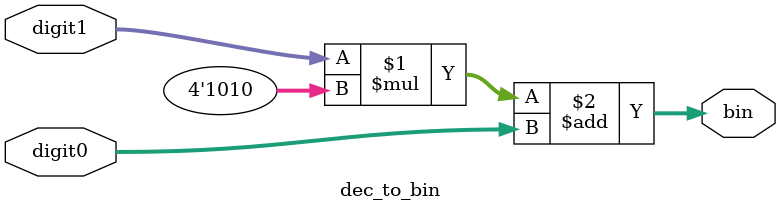
<source format=v>
`timescale 1ns / 1ps


module dec_to_bin(
    input [3:0]digit1,
    input [3:0]digit0,
    output [7:0]bin
    );

    assign bin = (digit1 * 4'd10) + digit0;

endmodule
</source>
